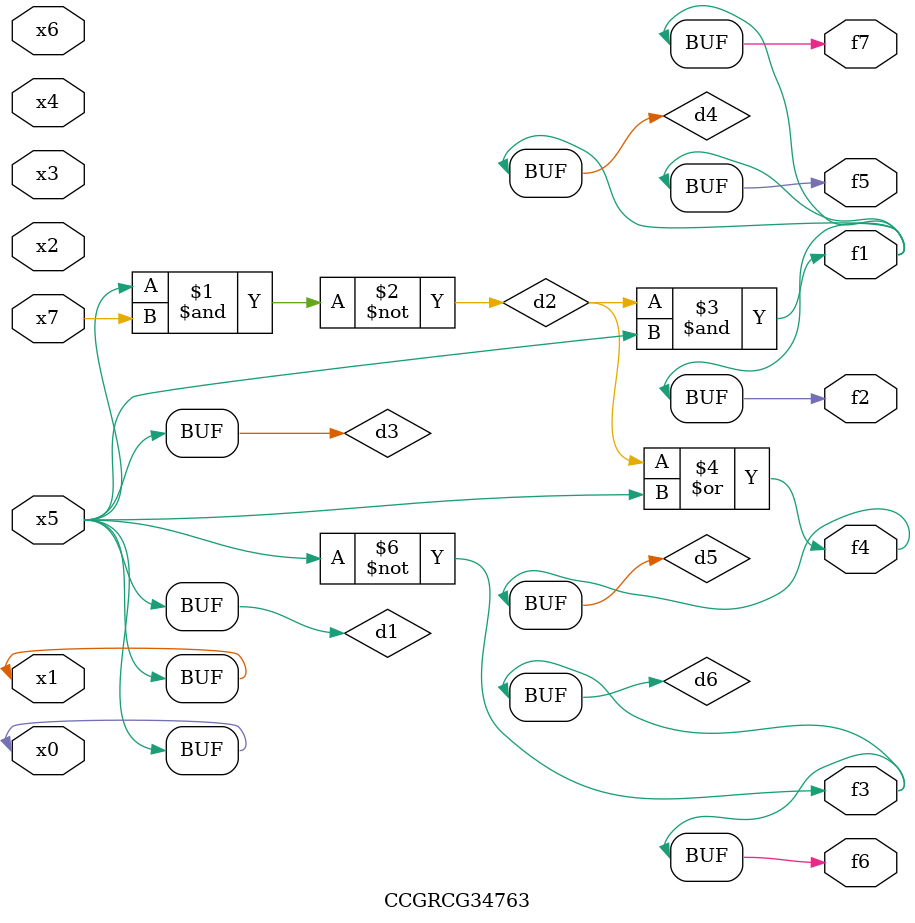
<source format=v>
module CCGRCG34763(
	input x0, x1, x2, x3, x4, x5, x6, x7,
	output f1, f2, f3, f4, f5, f6, f7
);

	wire d1, d2, d3, d4, d5, d6;

	buf (d1, x0, x5);
	nand (d2, x5, x7);
	buf (d3, x0, x1);
	and (d4, d2, d3);
	or (d5, d2, d3);
	nor (d6, d1, d3);
	assign f1 = d4;
	assign f2 = d4;
	assign f3 = d6;
	assign f4 = d5;
	assign f5 = d4;
	assign f6 = d6;
	assign f7 = d4;
endmodule

</source>
